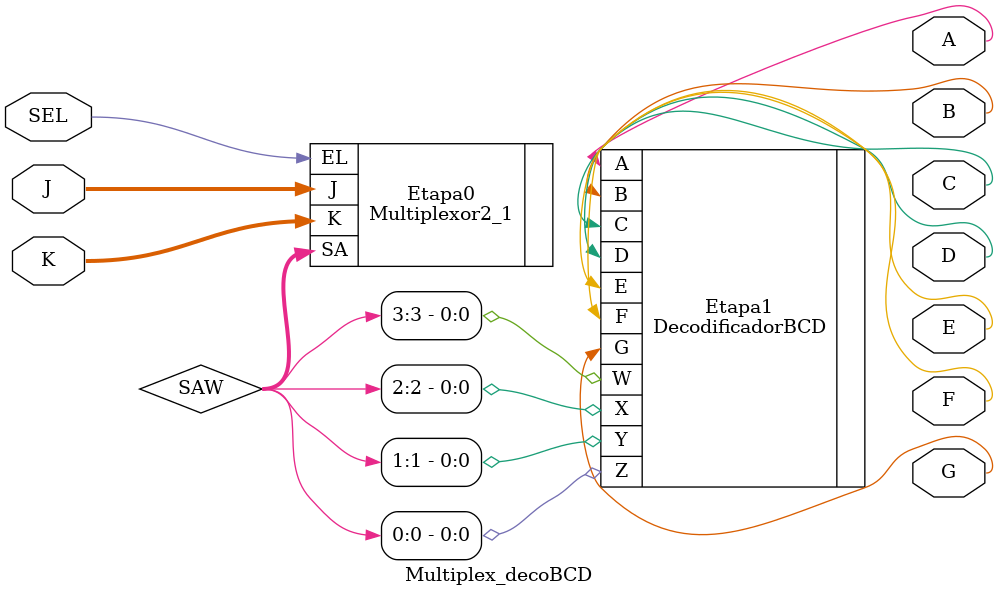
<source format=v>
module Multiplex_decoBCD (
    // Segmentos del display
    output A,
    output B,
    output C,
    output D,
    output E,
    output F,
    output G,

    // Números
    input [3:0] J,
    input [3:0] K,

    // Selector de número
    input SEL // A este se va a conectar la señal de reloj

);

wire [3:0] SAW; // Número que se mostrará



// Instanciación del Multiplexor2_1
Multiplexor2_1 Etapa0 (
    .J(J),
    .K(K),
    .EL(SEL),
    .SA(SAW)
);

// Instanciación del DecodificadorBCD
DecodificadorBCD Etapa1 (
    .A(A),
    .B(B),
    .C(C),
    .D(D),
    .E(E),
    .F(F),
    .G(G),
    .W(SAW[3]),//1111
    .X(SAW[2]),
    .Y(SAW[1]),
    .Z(SAW[0])//11111111
);

endmodule



</source>
